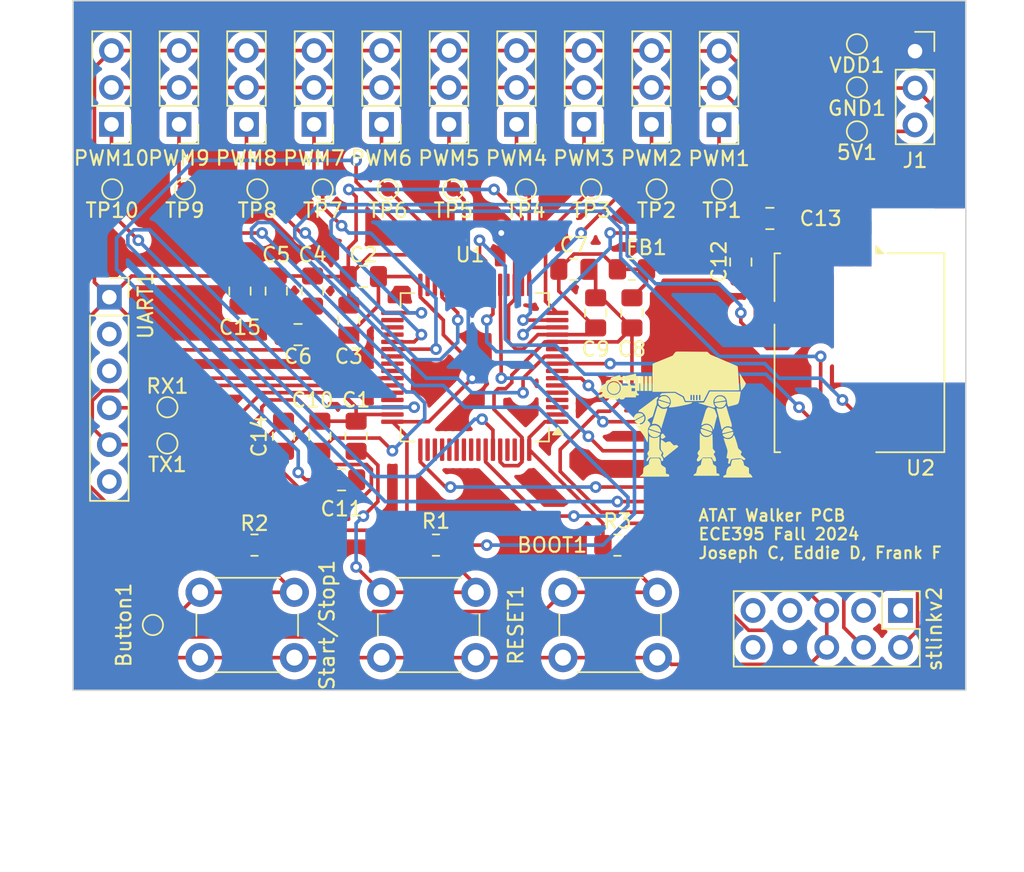
<source format=kicad_pcb>
(kicad_pcb (version 20240108) (generator "pcbnew") (generator_version "8.0")
  (layers (0 "F.Cu" signal) (31 "B.Cu" signal) (34 "B.Paste" user) (35 "F.Paste" user) (36 "B.SilkS" user "B.Silkscreen") (37 "F.SilkS" user "F.Silkscreen") (38 "B.Mask" user) (39 "F.Mask" user) (44 "Edge.Cuts" user))
  (property "DESIGN_TITLE" "SamacSys ECAD Model")
  (net 0 "")
  (net 2 "/swclk")
  (net 4 "/swdio")
  (net 5 "GND")
  (net 7 "PWM1")
  (net 10 "Net-(U1-NRST)")
  (net 11 "Net-(U1-PC2)")
  (net 12 "Net-(U1-VCAP_1)")
  (net 13 "Net-(BOOT1-Pad1)")
  (net 22 "PWM2")
  (net 23 "PWM3")
  (net 24 "PWM4")
  (net 28 "PWM5")
  (net 29 "PWM6")
  (net 51 "+3.3V")
  (net 52 "PWM7")
  (net 53 "PWM8")
  (net 54 "PWM9")
  (net 55 "PWM10")
  (net 56 "SPI_CS")
  (net 57 "SPI_MOSI")
  (net 58 "SPI_CLK")
  (net 59 "SPI_IRQ")
  (net 60 "SPI_MISO")
  (net 61 "BT_RESET")
  (net 62 "/MCU_RX")
  (net 63 "/MCU_TX")
  (net 67 "+5V")
  (footprint "TestPoint:TestPoint_Pad_D1.0mm" (layer "F.Cu") (at 123.7 58.49 180)
    (property "Reference" "TP5")
    (property "Value" "Test_PWM")
  )
  (footprint "Connector_PinHeader_2.54mm:PinHeader_1x03_P2.54mm_Vertical" (layer "F.Cu") (at 128.05 54.015 180)
    (property "Reference" "PWM4")
    (property "Value" "Conn_01x03_Pin")
  )
  (footprint "Capacitor_SMD:C_0805_2012Metric_Pad1.18x1.45mm_HandSolder" (layer "F.Cu") (at 114.5 75.5 90)
    (property "Reference" "C10")
    (property "Value" "0.1u")
  )
  (footprint "Capacitor_SMD:C_0805_2012Metric_Pad1.18x1.45mm_HandSolder" (layer "F.Cu") (at 109 65.5 90)
    (property "Reference" "C15")
    (property "Value" "100n")
  )
  (footprint "Button_Switch_THT:SW_PUSH_6mm_H4.3mm" (layer "F.Cu") (at 131.25 86.25)
    (property "Reference" "BOOT1")
    (property "Value" "SW_Push")
  )
  (footprint "TestPoint:TestPoint_Pad_D1.0mm" (layer "F.Cu") (at 100.2 58.49 180)
    (property "Reference" "TP10")
    (property "Value" "Test_PWM")
  )
  (footprint "TestPoint:TestPoint_Pad_D1.0mm" (layer "F.Cu") (at 133.2 58.49 180)
    (property "Reference" "TP3")
    (property "Value" "Test_PWM")
  )
  (footprint "TestPoint:TestPoint_Pad_D1.0mm" (layer "F.Cu") (at 105.2 58.49 180)
    (property "Reference" "TP9")
    (property "Value" "Test_PWM")
  )
  (footprint "Resistor_SMD:R_0805_2012Metric_Pad1.20x1.40mm_HandSolder" (layer "F.Cu") (at 135 83)
    (property "Reference" "R3")
    (property "Value" "10k")
  )
  (footprint "TestPoint:TestPoint_Pad_D1.0mm" (layer "F.Cu") (at 119.2 58.49 180)
    (property "Reference" "TP6")
    (property "Value" "Test_PWM")
  )
  (footprint "Capacitor_SMD:C_0805_2012Metric_Pad1.18x1.45mm_HandSolder" (layer "F.Cu") (at 117.5 64.5 180)
    (property "Reference" "C2")
    (property "Value" "10u")
  )
  (footprint "Connector_PinHeader_2.54mm:PinHeader_1x03_P2.54mm_Vertical" (layer "F.Cu") (at 104.8 54.015 180)
    (property "Reference" "PWM9")
    (property "Value" "Conn_01x03_Pin")
  )
  (footprint "Connector_PinHeader_2.54mm:PinHeader_1x03_P2.54mm_Vertical" (layer "F.Cu") (at 137.35 54.015 180)
    (property "Reference" "PWM2")
    (property "Value" "Conn_01x03_Pin")
  )
  (footprint "Connector_PinHeader_2.54mm:PinHeader_1x03_P2.54mm_Vertical" (layer "F.Cu") (at 100.15 54.015 180)
    (property "Reference" "PWM10")
    (property "Value" "Conn_01x03_Pin")
  )
  (footprint "TestPoint:TestPoint_Pad_D1.0mm" (layer "F.Cu") (at 137.7 58.49 180)
    (property "Reference" "TP2")
    (property "Value" "Test_PWM")
  )
  (footprint "Connector_PinHeader_2.54mm:PinHeader_1x03_P2.54mm_Vertical" (layer "F.Cu") (at 114.1 54.015 180)
    (property "Reference" "PWM7")
    (property "Value" "Conn_01x03_Pin")
  )
  (footprint "TestPoint:TestPoint_Pad_D1.0mm" (layer "F.Cu") (at 142.2 58.49 180)
    (property "Reference" "TP1")
    (property "Value" "Test_PWM")
  )
  (footprint "Resistor_SMD:R_0805_2012Metric_Pad1.20x1.40mm_HandSolder" (layer "F.Cu") (at 136 64 180)
    (property "Reference" "FB1")
    (property "Value" "120R")
  )
  (footprint "TestPoint:TestPoint_Pad_D1.0mm" (layer "F.Cu") (at 151.5 51.46 180)
    (property "Reference" "GND1")
    (property "Value" "Test_GND")
  )
  (footprint "Connector_PinSocket_2.54mm:PinSocket_1x03_P2.54mm_Vertical" (layer "F.Cu") (at 155.5 48.975)
    (property "Reference" "J1")
    (property "Value" "Conn_01x03_Socket")
  )
  (footprint "Package_QFP:LQFP-64_10x10mm_P0.5mm" (layer "F.Cu") (at 125.175 70.75 180)
    (property "Reference" "U1")
    (property "Value" "STM32F446RETx")
  )
  (footprint "test:test5" (layer "F.Cu") (at 139 74)
    (property "Reference" "G***" (hide yes))
    (property "Value" "LOGO" (hide yes))
  )
  (footprint "TestPoint:TestPoint_Pad_D1.0mm" (layer "F.Cu") (at 128.7 58.49 180)
    (property "Reference" "TP4")
    (property "Value" "Test_PWM")
  )
  (footprint "Connector_PinHeader_2.54mm:PinHeader_1x03_P2.54mm_Vertical" (layer "F.Cu") (at 123.4 54.015 180)
    (property "Reference" "PWM5")
    (property "Value" "Conn_01x03_Pin")
  )
  (footprint "TestPoint:TestPoint_Pad_D1.0mm" (layer "F.Cu") (at 151.5 48.5 180)
    (property "Reference" "VDD1")
    (property "Value" "Test_VDD")
  )
  (footprint "TestPoint:TestPoint_Pad_D1.0mm" (layer "F.Cu") (at 110.2 58.49 180)
    (property "Reference" "TP8")
    (property "Value" "Test_PWM")
  )
  (footprint "Connector_PinHeader_2.54mm:PinHeader_1x03_P2.54mm_Vertical" (layer "F.Cu") (at 132.7 54.015 180)
    (property "Reference" "PWM3")
    (property "Value" "Conn_01x03_Pin")
  )
  (footprint "Capacitor_SMD:C_0805_2012Metric_Pad1.18x1.45mm_HandSolder" (layer "F.Cu") (at 132 64)
    (property "Reference" "C7")
    (property "Value" "10n")
  )
  (footprint "Button_Switch_THT:SW_PUSH_6mm_H4.3mm" (layer "F.Cu") (at 125.25 90.75 180)
    (property "Reference" "RESET1")
    (property "Value" "SW_Push")
  )
  (footprint "Capacitor_SMD:C_0805_2012Metric_Pad1.18x1.45mm_HandSolder" (layer "F.Cu") (at 111.5 65.5 90)
    (property "Reference" "C5")
    (property "Value" "100n")
  )
  (footprint "TestPoint:TestPoint_Pad_D1.0mm" (layer "F.Cu") (at 103 88.5 90)
    (property "Reference" "Button1")
    (property "Value" "Test_button")
  )
  (footprint "RF_Module:ST_SPBTLE" (layer "F.Cu") (at 148.81 69.75 -90)
    (property "Reference" "U2")
    (property "Value" "SPBTLE-RF")
  )
  (footprint "Capacitor_SMD:C_0805_2012Metric_Pad1.18x1.45mm_HandSolder" (layer "F.Cu") (at 145.5 60.5)
    (property "Reference" "C13")
    (property "Value" "1u")
  )
  (footprint "Capacitor_SMD:C_0805_2012Metric_Pad1.18x1.45mm_HandSolder" (layer "F.Cu") (at 113 68.5)
    (property "Reference" "C6")
    (property "Value" "100n")
  )
  (footprint "Button_Switch_THT:SW_PUSH_6mm_H4.3mm" (layer "F.Cu") (at 112.75 90.75 180)
    (property "Reference" "Start/Stop1")
    (property "Value" "SW_Push")
  )
  (footprint "Connector_PinHeader_2.54mm:PinHeader_1x03_P2.54mm_Vertical" (layer "F.Cu") (at 142 54.04 180)
    (property "Reference" "PWM1")
    (property "Value" "Conn_01x03_Pin" (hide yes))
  )
  (footprint "Resistor_SMD:R_0805_2012Metric_Pad1.20x1.40mm_HandSolder" (layer "F.Cu") (at 122.5 83)
    (property "Reference" "R1")
    (property "Value" "10k")
  )
  (footprint "Capacitor_SMD:C_0805_2012Metric_Pad1.18x1.45mm_HandSolder" (layer "F.Cu") (at 116 78.5)
    (property "Reference" "C11")
    (property "Value" "2.2u")
  )
  (footprint "Capacitor_SMD:C_0805_2012Metric_Pad1.18x1.45mm_HandSolder" (layer "F.Cu") (at 136 67 -90)
    (property "Reference" "C8")
    (property "Value" "1u")
  )
  (footprint "Capacitor_SMD:C_0805_2012Metric_Pad1.18x1.45mm_HandSolder" (layer "F.Cu") (at 133.5 67 90)
    (property "Reference" "C9")
    (property "Value" "1u")
  )
  (footprint "Capacitor_SMD:C_0805_2012Metric_Pad1.18x1.45mm_HandSolder" (layer "F.Cu") (at 114 65.5 90)
    (property "Reference" "C4")
    (property "Value" "100n")
  )
  (footprint "Capacitor_SMD:C_0805_2012Metric_Pad1.18x1.45mm_HandSolder" (layer "F.Cu") (at 143.5 63.5 -90)
    (property "Reference" "C12")
    (property "Value" "100p")
  )
  (footprint "TestPoint:TestPoint_Pad_D1.0mm" (layer "F.Cu") (at 104 76 180)
    (property "Reference" "TX1")
    (property "Value" "Test_TX")
  )
  (footprint "Capacitor_SMD:C_0805_2012Metric_Pad1.18x1.45mm_HandSolder" (layer "F.Cu") (at 112 75.5 90)
    (property "Reference" "C14")
    (property "Value" "0.1u")
  )
  (footprint "Connector_PinHeader_2.54mm:PinHeader_1x03_P2.54mm_Vertical" (layer "F.Cu") (at 109.45 54.015 180)
    (property "Reference" "PWM8")
    (property "Value" "Conn_01x03_Pin")
  )
  (footprint "TestPoint:TestPoint_Pad_D1.0mm" (layer "F.Cu") (at 104 73.5)
    (property "Reference" "RX1")
    (property "Value" "TEST_RX")
  )
  (footprint "Connector_PinHeader_2.54mm:PinHeader_1x03_P2.54mm_Vertical" (layer "F.Cu") (at 118.75 54.015 180)
    (property "Reference" "PWM6")
    (property "Value" "Conn_01x03_Pin")
  )
  (footprint "Connector_PinSocket_2.54mm:PinSocket_1x06_P2.54mm_Vertical" (layer "F.Cu") (at 100 65.92)
    (property "Reference" "UART1")
    (property "Value" "Conn_01x06_Socket")
  )
  (footprint "TestPoint:TestPoint_Pad_D1.0mm" (layer "F.Cu") (at 114.7 58.49 180)
    (property "Reference" "TP7")
    (property "Value" "Test_PWM")
  )
  (footprint "Capacitor_SMD:C_0805_2012Metric_Pad1.18x1.45mm_HandSolder" (layer "F.Cu") (at 117 75.5 90)
    (property "Reference" "C1")
    (property "Value" "0.1u")
  )
  (footprint "Resistor_SMD:R_0805_2012Metric_Pad1.20x1.40mm_HandSolder" (layer "F.Cu") (at 110 83)
    (property "Reference" "R2")
    (property "Value" "10k")
  )
  (footprint "Connector_PinHeader_2.54mm:PinHeader_2x05_P2.54mm_Vertical" (layer "F.Cu") (at 154.5 87.5 -90)
    (property "Reference" "stlinkv2")
    (property "Value" "Conn_02x05_Odd_Even")
  )
  (footprint "Capacitor_SMD:C_0805_2012Metric_Pad1.18x1.45mm_HandSolder" (layer "F.Cu") (at 116.5 67.5 90)
    (property "Reference" "C3")
    (property "Value" "100n")
  )
  (footprint "TestPoint:TestPoint_Pad_D1.0mm" (layer "F.Cu") (at 151.5 54.5 180)
    (property "Reference" "5V1")
    (property "Value" "Test_5V")
  )
  (gr_rect (start 97.5 45.5) (end 159 93) (stroke (width 0.1)) (fill none) (layer "Edge.Cuts"))
  (gr_text "ATAT Walker PCB\nECE395 Fall 2024\nJoseph C, Eddie D, Frank F" (at 140.5 84 0) (layer "F.SilkS") (effects (font (size 0.8 0.8)) (justify left bottom)))
  (segment (start 121.425 77.267764) (end 121.425 76.425) (width 0.25) (layer "F.Cu") (net 2))
  (segment (start 155.675 88.865) (end 155.675 85.675) (width 0.25) (layer "F.Cu") (net 2))
  (segment (start 123.5 79) (end 123.157236 79) (width 0.25) (layer "F.Cu") (net 2))
  (segment (start 155.675 85.675) (end 149 79) (width 0.25) (layer "F.Cu") (net 2))
  (segment (start 149 79) (end 133.5 79) (width 0.25) (layer "F.Cu") (net 2))
  (segment (start 123.157236 79) (end 121.425 77.267764) (width 0.25) (layer "F.Cu") (net 2))
  (segment (start 154.5 90.04) (end 155.675 88.865) (width 0.25) (layer "F.Cu") (net 2))
  (via (at 123.5 79) (size 0.8) (drill 0.4) (layers "F.Cu" "B.Cu") (net 2))
  (via (at 133.5 79) (size 0.8) (drill 0.4) (layers "F.Cu" "B.Cu") (net 2))
  (segment (start 133.5 79) (end 123.5 79) (width 0.25) (layer "B.Cu") (net 2))
  (segment (start 135 80) (end 144.5 80) (width 0.25) (layer "F.Cu") (net 4))
  (segment (start 119.5 73.5) (end 121 73.5) (width 0.25) (layer "F.Cu") (net 4))
  (segment (start 144.5 80) (end 150.595 86.095) (width 0.25) (layer "F.Cu") (net 4))
  (segment (start 150.595 86.095) (end 150.595 88.675) (width 0.25) (layer "F.Cu") (net 4))
  (segment (start 150.595 88.675) (end 151.96 90.04) (width 0.25) (layer "F.Cu") (net 4))
  (via (at 135 80) (size 0.8) (drill 0.4) (layers "F.Cu" "B.Cu") (net 4))
  (via (at 121 73.5) (size 0.8) (drill 0.4) (layers "F.Cu" "B.Cu") (net 4))
  (segment (start 121 73.5) (end 115 73.5) (width 0.25) (layer "B.Cu") (net 4))
  (segment (start 102.775 61.275) (end 101.699695 61.275) (width 0.25) (layer "B.Cu") (net 4))
  (segment (start 115 73.5) (end 102.775 61.275) (width 0.25) (layer "B.Cu") (net 4))
  (segment (start 104.5 65.5) (end 119 80) (width 0.25) (layer "B.Cu") (net 4))
  (segment (start 119 80) (end 135 80) (width 0.25) (layer "B.Cu") (net 4))
  (segment (start 104.474695 65.5) (end 104.5 65.5) (width 0.25) (layer "B.Cu") (net 4))
  (segment (start 101.275 61.699695) (end 101.275 62.300305) (width 0.25) (layer "B.Cu") (net 4))
  (segment (start 101.275 62.300305) (end 104.474695 65.5) (width 0.25) (layer "B.Cu") (net 4))
  (segment (start 101.699695 61.275) (end 101.275 61.699695) (width 0.25) (layer "B.Cu") (net 4))
  (segment (start 117.0375 74.4625) (end 117.5 74) (width 0.25) (layer "F.Cu") (net 5))
  (segment (start 112.75 90.75) (end 118.75 90.75) (width 0.25) (layer "F.Cu") (net 5))
  (segment (start 128.167764 77.525) (end 128.425 77.267764) (width 0.25) (layer "F.Cu") (net 5))
  (segment (start 111 73) (end 113.0375 73) (width 0.25) (layer "F.Cu") (net 5))
  (segment (start 137.35 48.935) (end 137.435 48.935) (width 0.25) (layer "F.Cu") (net 5))
  (segment (start 149 59) (end 149.5 59.5) (width 0.25) (layer "F.Cu") (net 5))
  (segment (start 114.0375 68.5) (end 112.9875 69.55) (width 0.25) (layer "F.Cu") (net 5))
  (segment (start 145.92 64.42) (end 143.9625 62.4625) (width 0.25) (layer "F.Cu") (net 5))
  (segment (start 98.975 64.895) (end 100 65.92) (width 0.25) (layer "F.Cu") (net 5))
  (segment (start 133.861396 80.725) (end 131.057236 77.92084) (width 0.25) (layer "F.Cu") (net 5))
  (segment (start 100 65.92) (end 100 66) (width 0.25) (layer "F.Cu") (net 5))
  (segment (start 116.4625 64.5) (end 114.0375 64.5) (width 0.25) (layer "F.Cu") (net 5))
  (segment (start 136 72.25) (end 136 68.0375) (width 0.25) (layer "F.Cu") (net 5))
  (segment (start 138.715 91.215) (end 148.245 91.215) (width 0.25) (layer "F.Cu") (net 5))
  (segment (start 117.9625 63) (end 121 63) (width 0.25) (layer "F.Cu") (net 5))
  (segment (start 117 59) (end 117 62) (width 0.25) (layer "F.Cu") (net 5))
  (segment (start 136 68.0375) (end 135.0375 69) (width 0.25) (layer "F.Cu") (net 5))
  (segment (start 109.45 48.935) (end 114.1 48.935) (width 0.25) (layer "F.Cu") (net 5))
  (segment (start 110.5 73.5) (end 111 73) (width 0.25) (layer "F.Cu") (net 5))
  (segment (start 130.007236 69) (end 127.725 71.282236) (width 0.25) (layer "F.Cu") (net 5))
  (segment (start 127.725 71.800305) (end 127.300305 72.225) (width 0.25) (layer "F.Cu") (net 5))
  (segment (start 126.925 76.425) (end 126.925 77.267764) (width 0.25) (layer "F.Cu") (net 5))
  (segment (start 143.9625 62.4625) (end 143.5 62.4625) (width 0.25) (layer "F.Cu") (net 5))
  (segment (start 123.4 48.935) (end 128.05 48.935) (width 0.25) (layer "F.Cu") (net 5))
  (segment (start 127.300305 72.225) (end 126.782236 72.225) (width 0.25) (layer "F.Cu") (net 5))
  (segment (start 100.15 48.935) (end 98.975 50.11) (width 0.25) (layer "F.Cu") (net 5))
  (segment (start 128.05 48.935) (end 132.7 48.935) (width 0.25) (layer "F.Cu") (net 5))
  (segment (start 152.46 51.46) (end 152.515 51.515) (width 0.25) (layer "F.Cu") (net 5))
  (segment (start 116.5 58.5) (end 117 59) (width 0.25) (layer "F.Cu") (net 5))
  (segment (start 142 48.96) (end 142.46 48.96) (width 0.25) (layer "F.Cu") (net 5))
  (segment (start 98.375 67.545) (end 98.375 78.656701) (width 0.25) (layer "F.Cu") (net 5))
  (segment (start 117.5 74) (end 119.5 74) (width 0.25) (layer "F.Cu") (net 5))
  (segment (start 112 78) (end 112 76.5375) (width 0.25) (layer "F.Cu") (net 5))
  (segment (start 114.1 48.935) (end 118.75 48.935) (width 0.25) (layer "F.Cu") (net 5))
  (segment (start 100 66) (end 101.5375 64.4625) (width 0.25) (layer "F.Cu") (net 5))
  (segment (start 112.75 90.75) (end 106.25 90.75) (width 0.25) (layer "F.Cu") (net 5))
  (segment (start 137.75 90.75) (end 138.25 90.75) (width 0.25) (layer "F.Cu") (net 5))
  (segment (start 144.4625 60.5) (end 144.4625 61.5) (width 0.25) (layer "F.Cu") (net 5))
  (segment (start 135.0375 69) (end 130.85 69) (width 0.25) (layer "F.Cu") (net 5))
  (segment (start 116.4625 62.5375) (end 116.4625 64.5) (width 0.25) (layer "F.Cu") (net 5))
  (segment (start 100.15 48.935) (end 104.8 48.935) (width 0.25) (layer "F.Cu") (net 5))
  (segment (start 144.4625 60.5) (end 144.4625 59.5375) (width 0.25) (layer "F.Cu") (net 5))
  (segment (start 144.96 51.46) (end 151.5 51.46) (width 0.25) (layer "F.Cu") (net 5))
  (segment (start 114.5 74.4625) (end 114.075 74.4625) (width 0.25) (layer "F.Cu") (net 5))
  (segment (start 100 88) (end 102.75 90.75) (width 0.25) (layer "F.Cu") (net 5))
  (segment (start 157 55.5) (end 153.95 58.55) (width 0.25) (layer "F.Cu") (net 5))
  (segment (start 133.5 65.9625) (end 133.5 64.4625) (width 0.25) (layer "F.Cu") (net 5))
  (segment (start 100.218299 80.5) (end 102.5 80.5) (width 0.25) (layer "F.Cu") (net 5))
  (segment (start 144.4625 61.5) (end 143.5 62.4625) (width 0.25) (layer "F.Cu") (net 5))
  (segment (start 127.182236 77.525) (end 128.167764 77.525) (width 0.25) (layer "F.Cu") (net 5))
  (segment (start 115.9875 79.55) (end 113.55 79.55) (width 0.25) (layer "F.Cu") (net 5))
  (segment (start 155.5 51.515) (end 157 53.015) (width 0.25) (layer "F.Cu") (net 5))
  (segment (start 116.5 64.5375) (end 116.4625 64.5) (width 0.25) (layer "F.Cu") (net 5))
  (segment (start 137.46 48.96) (end 142 48.96) (width 0.25) (layer "F.Cu") (net 5))
  (segment (start 125.25 90.75) (end 131.25 90.75) (width 0.25) (layer "F.Cu") (net 5))
  (segment (start 117.0375 78.5) (end 115.9875 79.55) (width 0.25) (layer "F.Cu") (net 5))
  (segment (start 144.4625 59.5375) (end 145 59) (width 0.25) (layer "F.Cu") (net 5))
  (segment (start 102.75 90.75) (end 106.25 90.75) (width 0.25) (layer "F.Cu") (net 5))
  (segment (start 149.42 87.5) (end 142.645 80.725) (width 0.25) (layer "F.Cu") (net 5))
  (segment (start 133.5 65.9625) (end 133.925 65.9625) (width 0.25) (layer "F.Cu") (net 5))
  (segment (start 110.5 74) (end 100 84.5) (width 0.25) (layer "F.Cu") (net 5))
  (segment (start 132.7 48.935) (end 137.35 48.935) (width 0.25) (layer "F.Cu") (net 5))
  (segment (start 157 53.015) (end 157 55.5) (width 0.25) (layer "F.Cu") (net 5))
  (segment (start 130.85 69) (end 130.007236 69) (width 0.25) (layer "F.Cu") (net 5))
  (segment (start 133.699695 73.775) (end 134.475 73.775) (width 0.25) (layer "F.Cu") (net 5))
  (segment (start 149.5 59.5) (end 151.863604 59.5) (width 0.25) (layer "F.Cu") (net 5))
  (segment (start 110.5 72.5) (end 116 72.5) (width 0.25) (layer "F.Cu") (net 5))
  (segment (start 118.75 48.935) (end 123.4 48.935) (width 0.25) (layer "F.Cu") (net 5))
  (segment (start 134.475 73.775) (end 136 72.25) (width 0.25) (layer "F.Cu") (net 5))
  (segment (start 101.5375 64.4625) (end 109 64.4625) (width 0.25) (layer "F.Cu") (net 5))
  (segment (start 117 74.4625) (end 117.0375 74.4625) (width 0.25) (layer "F.Cu") (net 5))
  (segment (start 128.425 65.075) (end 128.425 60.425) (width 0.25) (layer "F.Cu") (net 5))
  (segment (start 102.5 80.5) (end 110.5 72.5) (width 0.25) (layer "F.Cu") (net 5))
  (segment (start 138.25 90.75) (end 138.715 91.215) (width 0.25) (layer "F.Cu") (net 5))
  (segment (start 137.435 48.935) (end 137.46 48.96) (width 0.25) (layer "F.Cu") (net 5))
  (segment (start 103.63 69.55) (end 100 65.92) (width 0.25) (layer "F.Cu") (net 5))
  (segment (start 126.782236 72.225) (end 126.5 72.507236) (width 0.25) (layer "F.Cu") (net 5))
  (segment (start 126.925 77.267764) (end 127.182236 77.525) (width 0.25) (layer "F.Cu") (net 5))
  (segment (start 109 64.4625) (end 111.5 64.4625) (width 0.25) (layer "F.Cu") (net 5))
  (segment (start 118.75 90.75) (end 125.25 90.75) (width 0.25) (layer "F.Cu") (net 5))
  (segment (start 145 59) (end 149 59) (width 0.25) (layer "F.Cu") (net 5))
  (segment (start 114.0375 64.5) (end 114 64.4625) (width 0.25) (layer "F.Cu") (net 5))
  (segment (start 104.8 48.935) (end 109.45 48.935) (width 0.25) (layer "F.Cu") (net 5))
  (segment (start 131.25 90.75) (end 137.75 90.75) (width 0.25) (layer "F.Cu") (net 5))
  (segment (start 142.645 80.725) (end 133.861396 80.725) (width 0.25) (layer "F.Cu") (net 5))
  (segment (start 126.5 72.507236) (end 126.5 73.657236) (width 0.25) (layer "F.Cu") (net 5))
  (segment (start 116.5 66.4625) (end 116.5 64.5375) (width 0.25) (layer "F.Cu") (net 5))
  (segment (start 152.813604 58.55) (end 151.863604 59.5) (width 0.25) (layer "F.Cu") (net 5))
  (segment (start 100 84.5) (end 100 88) (width 0.25) (layer "F.Cu") (net 5))
  (segment (start 117 74.4625) (end 114.5 74.4625) (width 0.25) (layer "F.Cu") (net 5))
  (segment (start 128.425 77.267764) (end 128.425 76.425) (width 0.25) (layer "F.Cu") (net 5))
  (segment (start 153.95 58.55) (end 152.813604 58.55) (width 0.25) (layer "F.Cu") (net 5))
  (segment (start 121 63) (end 121.925 63.925) (width 0.25) (layer "F.Cu") (net 5))
  (segment (start 114.075 74.4625) (end 112 76.5375) (width 0.25) (layer "F.Cu") (net 5))
  (segment (start 113.0375 73) (end 114.5 74.4625) (width 0.25) (layer "F.Cu") (net 5))
  (segment (start 121.925 63.925) (end 121.925 65.075) (width 0.25) (layer "F.Cu") (net 5))
  (segment (start 128.425 60.425) (end 126.5 58.5) (width 0.25) (layer "F.Cu") (net 5))
  (segment (start 131.057236 76.417459) (end 133.699695 73.775) (width 0.25) (layer "F.Cu") (net 5))
  (segment (start 100 65.92) (end 98.375 67.545) (width 0.25) (layer "F.Cu") (net 5))
  (segment (start 116.4625 64.5) (end 117.9625 63) (width 0.25) (layer "F.Cu") (net 5))
  (segment (start 112.9875 69.55) (end 103.63 69.55) (width 0.25) (layer "F.Cu") (net 5))
  (segment (start 127.725 71.282236) (end 127.725 71.800305) (width 0.25) (layer "F.Cu") (net 5))
  (segment (start 113.55 79.55) (end 112 78) (width 0.25) (layer "F.Cu") (net 5))
  (segment (start 133.5 64.4625) (end 133.0375 64) (width 0.25) (layer "F.Cu") (net 5))
  (segment (start 98.375 78.656701) (end 100.218299 80.5) (width 0.25) (layer "F.Cu") (net 5))
  (segment (start 148.245 91.215) (end 149.42 90.04) (width 0.25) (layer "F.Cu") (net 5))
  (segment (start 110.5 73.5) (end 110.5 74) (width 0.25) (layer "F.Cu") (net 5))
  (segment (start 126.5 73.657236) (end 128.425 75.582236) (width 0.25) (layer "F.Cu") (net 5))
  (segment (start 117 73.5) (end 117 74.4625) (width 0.25) (layer "F.Cu") (net 5))
  (segment (start 98.975 50.11) (end 98.975 64.895) (width 0.25) (layer "F.Cu") (net 5))
  (segment (start 145.92 67) (end 145.92 64.42) (width 0.25) (layer "F.Cu") (net 5))
  (segment (start 149.42 90.04) (end 149.42 87.5) (width 0.25) (layer "F.Cu") (net 5))
  (segment (start 128.425 75.582236) (end 128.425 76.425) (width 0.25) (layer "F.Cu") (net 5))
  (segment (start 151.5 51.46) (end 152.46 51.46) (width 0.25) (layer "F.Cu") (net 5))
  (segment (start 133.925 65.9625) (end 136 68.0375) (width 0.25) (layer "F.Cu") (net 5))
  (segment (start 142.46 48.96) (end 144.96 51.46) (width 0.25) (layer "F.Cu") (net 5))
  (segment (start 117 62) (end 116.4625 62.5375) (width 0.25) (layer "F.Cu") (net 5))
  (segment (start 111.5 64.4625) (end 114 64.4625) (width 0.25) (layer "F.Cu") (net 5))
  (segment (start 116 72.5) (end 117 73.5) (width 0.25) (layer "F.Cu") (net 5))
  (segment (start 131.057236 77.92084) (end 131.057236 76.417459) (width 0.25) (layer "F.Cu") (net 5))
  (segment (start 152.515 51.515) (end 155.5 51.515) (width 0.25) (layer "F.Cu") (net 5))
  (via (at 116.5 58.5) (size 0.8) (drill 0.4) (layers "F.Cu" "B.Cu") (net 5))
  (via (at 126.5 58.5) (size 0.8) (drill 0.4) (layers "F.Cu" "B.Cu") (net 5))
  (segment (start 126.5 58.5) (end 116.5 58.5) (width 0.25) (layer "B.Cu") (net 5))
  (segment (start 142.2 58.49) (end 139.19 61.5) (width 0.25) (layer "F.Cu") (net 7))
  (segment (start 128.525306 68.5) (end 129.012653 68.012653) (width 0.25) (layer "F.Cu") (net 7))
  (segment (start 129.025305 68) (end 130.85 68) (width 0.25) (layer "F.Cu") (net 7))
  (segment (start 139.19 61.5) (end 134.5 61.5) (width 0.25) (layer "F.Cu") (net 7))
  (segment (start 142 58.29) (end 142.2 58.49) (width 0.25) (layer "F.Cu") (net 7))
  (segment (start 142 54.04) (end 142 58.29) (width 0.25) (layer "F.Cu") (net 7))
  (segment (start 128.5 68.5) (end 128.525306 68.5) (width 0.25) (layer "F.Cu") (net 7))
  (segment (start 129.012653 68.012653) (end 129.025305 68) (width 0.25) (layer "F.Cu") (net 7))
  (via (at 128.5 68.5) (size 0.8) (drill 0.4) (layers "F.Cu" "B.Cu") (net 7))
  (via (at 134.5 61.5) (size 0.8) (drill 0.4) (layers "F.Cu" "B.Cu") (net 7))
  (segment (start 128.5 68.5) (end 128.525305 68.5) (width 0.25) (layer "B.Cu") (net 7))
  (segment (start 134.5 62.525305) (end 134.5 61.5) (width 0.25) (layer "B.Cu") (net 7))
  (segment (start 128.525305 68.5) (end 134.5 62.525305) (width 0.25) (layer "B.Cu") (net 7))
  (segment (start 125.25 85.75) (end 123.5 84) (width 0.25) (layer "F.Cu") (net 10))
  (segment (start 130.85 71.5) (end 132.5 71.5) (width 0.25) (layer "F.Cu") (net 10))
  (segment (start 125.25 86.25) (end 125.25 85.75) (width 0.25) (layer "F.Cu") (net 10))
  (segment (start 118.75 86.25) (end 117 84.5) (width 0.25) (layer "F.Cu") (net 10))
  (segment (start 117.5375 76.5375) (end 117 76.5375) (width 0.25) (layer "F.Cu") (net 10))
  (segment (start 123.5 84) (end 123.5 83) (width 0.25) (layer "F.Cu") (net 10))
  (segment (start 132.5 71.5) (end 133 72) (width 0.25) (layer "F.Cu") (net 10))
  (segment (start 118.5 77.5) (end 117.5375 76.5375) (width 0.25) (layer "F.Cu") (net 10))
  (segment (start 117.5 81) (end 118.5 80) (width 0.25) (layer "F.Cu") (net 10))
  (segment (start 118.5 80) (end 118.5 77.5) (width 0.25) (layer "F.Cu") (net 10))
  (segment (start 123.5 83) (end 126 83) (width 0.25) (layer "F.Cu") (net 10))
  (segment (start 118.75 86.25) (end 125.25 86.25) (width 0.25) (layer "F.Cu") (net 10))
  (via (at 117.5 81) (size 0.8) (drill 0.4) (layers "F.Cu" "B.Cu") (net 10))
  (via (at 126 83) (size 0.8) (drill 0.4) (layers "F.Cu" "B.Cu") (net 10))
  (via (at 133 72) (size 0.8) (drill 0.4) (layers "F.Cu" "B.Cu") (net 10))
  (via (at 117 84.5) (size 0.8) (drill 0.4) (layers "F.Cu" "B.Cu") (net 10))
  (segment (start 136.175 80.825) (end 134 83) (width 0.25) (layer "B.Cu") (net 10))
  (segment (start 136.175 75.175) (end 136.175 80.825) (width 0.25) (layer "B.Cu") (net 10))
  (segment (start 117 84.5) (end 117 81.5) (width 0.25) (layer "B.Cu") (net 10))
  (segment (start 133 72) (end 136.175 75.175) (width 0.25) (layer "B.Cu") (net 10))
  (segment (start 134 83) (end 126 83) (width 0.25) (layer "B.Cu") (net 10))
  (segment (start 117 81.5) (end 117.5 81) (width 0.25) (layer "B.Cu") (net 10))
  (segment (start 115.4125 77.45) (end 114.5 76.5375) (width 0.25) (layer "F.Cu") (net 11))
  (segment (start 128.5 71.507236) (end 128.5 72.5) (width 0.25) (layer "F.Cu") (net 11))
  (segment (start 130.85 70) (end 130.007236 70) (width 0.25) (layer "F.Cu") (net 11))
  (segment (start 117.1701 80) (end 118.05 79.1201) (width 0.25) (layer "F.Cu") (net 11))
  (segment (start 112.75 86.25) (end 111 84.5) (width 0.25) (layer "F.Cu") (net 11))
  (segment (start 108.4049 84.025) (end 108.075 83.6951) (width 0.25) (layer "F.Cu") (net 11))
  (segment (start 109.975 84.025) (end 108.4049 84.025) (width 0.25) (layer "F.Cu") (net 11))
  (segment (start 108.075 82.288604) (end 110.363604 80) (width 0.25) (layer "F.Cu") (net 11))
  (segment (start 110.363604 80) (end 117.1701 80) (width 0.25) (layer "F.Cu") (net 11))
  (segment (start 105 87.5) (end 106.25 86.25) (width 0.25) (layer "F.Cu") (net 11))
  (segment (start 108.075 83.6951) (end 108.075 82.288604) (width 0.25) (layer "F.Cu") (net 11))
  (segment (start 118.05 77.7799) (end 117.7201 77.45) (width 0.25) (layer "F.Cu") (net 11))
  (segment (start 111 84.5) (end 111 83) (width 0.25) (layer "F.Cu") (net 11))
  (segment (start 117.7201 77.45) (end 115.4125 77.45) (width 0.25) (layer "F.Cu") (net 11))
  (segment (start 106.25 86.25) (end 112.75 86.25) (width 0.25) (layer "F.Cu") (net 11))
  (segment (start 114.5 76.5375) (end 115.4125 75.625) (width 0.25) (layer "F.Cu") (net 11))
  (segment (start 103 88.5) (end 104 87.5) (width 0.25) (layer "F.Cu") (net 11))
  (segment (start 118.05 79.1201) (end 118.05 77.7799) (width 0.25) (layer "F.Cu") (net 11))
  (segment (start 111 83) (end 109.975 84.025) (width 0.25) (layer "F.Cu") (net 11))
  (segment (start 130.007236 70) (end 128.5 71.507236) (width 0.25) (layer "F.Cu") (net 11))
  (segment (start 118.625 75.625) (end 119.5 76.5) (width 0.25) (layer "F.Cu") (net 11))
  (segment (start 104 87.5) (end 105 87.5) (width 0.25) (layer "F.Cu") (net 11))
  (segment (start 115.4125 75.625) (end 118.625 75.625) (width 0.25) (layer "F.Cu") (net 11))
  (via (at 119.5 76.5) (size 0.8) (drill 0.4) (layers "F.Cu" "B.Cu") (net 11))
  (via (at 128.5 72.5) (size 0.8) (drill 0.4) (layers "F.Cu" "B.Cu") (net 11))
  (segment (start 123.967459 71.5) (end 124.967459 72.5) (width 0.25) (layer "B.Cu") (net 11))
  (segment (start 124.967459 72.5) (end 128.5 72.5) (width 0.25) (layer "B.Cu") (net 11))
  (segment (start 120.975305 72.45) (end 120.45 72.45) (width 0.25) (layer "B.Cu") (net 11))
  (segment (start 121.838299 71.5) (end 123.967459 71.5) (width 0.25) (layer "B.Cu") (net 11))
  (segment (start 110.225 60.775) (end 111.113299 60.775) (width 0.25) (layer "B.Cu") (net 11))
  (segment (start 120.45 72.45) (end 109.800305 61.800305) (width 0.25) (layer "B.Cu") (net 11))
  (segment (start 119.5 76.5) (end 121.725 74.275) (width 0.25) (layer "B.Cu") (net 11))
  (segment (start 121.725 73.199695) (end 120.975305 72.45) (width 0.25) (layer "B.Cu") (net 11))
  (segment (start 121.725 74.275) (end 121.725 73.199695) (width 0.25) (layer "B.Cu") (net 11))
  (segment (start 109.800305 61.800305) (end 109.800305 61.199695) (width 0.25) (layer "B.Cu") (net 11))
  (segment (start 111.113299 60.775) (end 121.838299 71.5) (width 0.25) (layer "B.Cu") (net 11))
  (segment (start 109.800305 61.199695) (end 110.225 60.775) (width 0.25) (layer "B.Cu") (net 11))
  (segment (start 117 57.974695) (end 117 56.5) (width 0.25) (layer "F.Cu") (net 12))
  (segment (start 122.425 63.399695) (end 117 57.974695) (width 0.25) (layer "F.Cu") (net 12))
  (segment (start 113.525306 78.5) (end 114.9625 78.5) (width 0.25) (layer "F.Cu") (net 12))
  (segment (start 122.425 65.075) (end 122.425 63.399695) (width 0.25) (layer "F.Cu") (net 12))
  (segment (start 113.012653 77.987347) (end 113.525306 78.5) (width 0.25) (layer "F.Cu") (net 12))
  (via (at 117 56.5) (size 0.8) (drill 0.4) (layers "F.Cu" "B.Cu") (net 12))
  (via (at 113.012653 77.987347) (size 0.8) (drill 0.4) (layers "F.Cu" "B.Cu") (net 12))
  (segment (start 100.5 61.838299) (end 100.5 64) (width 0.25) (layer "B.Cu") (net 12))
  (segment (start 117 56.5) (end 105.838299 56.5) (width 0.25) (layer "B.Cu") (net 12))
  (segment (start 100.5 64) (end 113.012653 76.512653) (width 0.25) (layer "B.Cu") (net 12))
  (segment (start 113.012653 76.512653) (end 113.012653 77.987347) (width 0.25) (layer "B.Cu") (net 12))
  (segment (start 105.838299 56.5) (end 100.5 61.838299) (width 0.25) (layer "B.Cu") (net 12))
  (segment (start 112 74.4625) (end 101 85.4625) (width 0.25) (layer "F.Cu") (net 13))
  (segment (start 116.451167 89.325) (end 118.201167 87.575) (width 0.25) (layer "F.Cu") (net 13))
  (segment (start 101 88) (end 102.325 89.325) (width 0.25) (layer "F.Cu") (net 13))
  (segment (start 118.201167 87.575) (end 129.925 87.575) (width 0.25) (layer "F.Cu") (net 13))
  (segment (start 101 85.4625) (end 101 88) (width 0.25) (layer "F.Cu") (net 13))
  (segment (start 137.75 86.25) (end 136 84.5) (width 0.25) (layer "F.Cu") (net 13))
  (segment (start 129.925 87.575) (end 131.25 86.25) (width 0.25) (layer "F.Cu") (net 13))
  (segment (start 137.75 86.25) (end 131.25 86.25) (width 0.25) (layer "F.Cu") (net 13))
  (segment (start 102.325 89.325) (end 116.451167 89.325) (width 0.25) (layer "F.Cu") (net 13))
  (segment (start 136 84.5) (end 136 83) (width 0.25) (layer "F.Cu") (net 13))
  (segment (start 135.51 58.49) (end 132.5 61.5) (width 0.25) (layer "F.Cu") (net 22))
  (segment (start 137.7 58.49) (end 135.51 58.49) (width 0.25) (layer "F.Cu") (net 22))
  (segment (start 130.85 67.5) (end 128.5 67.5) (width 0.25) (layer "F.Cu") (net 22))
  (segment (start 137.35 54.015) (end 137.35 58.14) (width 0.25) (layer "F.Cu") (net 22))
  (segment (start 137.35 58.14) (end 137.7 58.49) (width 0.25) (layer "F.Cu") (net 22))
  (via (at 128.5 67.5) (size 0.8) (drill 0.4) (layers "F.Cu" "B.Cu") (net 22))
  (via (at 132.5 61.5) (size 0.8) (drill 0.4) (layers "F.Cu" "B.Cu") (net 22))
  (segment (start 129 67) (end 129 65) (width 0.25) (layer "B.Cu") (net 22))
  (segment (start 129 65) (end 132.5 61.5) (width 0.25) (layer "B.Cu") (net 22))
  (segment (start 128.5 67.5) (end 129 67) (width 0.25) (layer "B.Cu") (net 22))
  (segment (start 133.2 58.49) (end 130.05 61.64) (width 0.25) (layer "F.Cu") (net 23))
  (segment (start 130.05 66.2) (end 130.85 67) (width 0.25) (layer "F.Cu") (net 23))
  (segment (start 130.05 61.64) (end 130.05 66.2) (width 0.25) (layer "F.Cu") (net 23))
  (segment (start 132.7 57.99) (end 133.2 58.49) (width 0.25) (layer "F.Cu") (net 23))
  (segment (start 132.7 54.015) (end 132.7 57.99) (width 0.25) (layer "F.Cu") (net 23))
  (segment (start 128.7 58.49) (end 128.925 58.715) (width 0.25) (layer "F.Cu") (net 24))
  (segment (start 128.05 57.84) (end 128.7 58.49) (width 0.25) (layer "F.Cu") (net 24))
  (segment (start 128.05 54.015) (end 128.05 57.84) (width 0.25) (layer "F.Cu") (net 24))
  (segment (start 128.925 58.715) (end 128.925 65.075) (width 0.25) (layer "F.Cu") (net 24))
  (segment (start 123.7 58.49) (end 124.425 59.215) (width 0.25) (layer "F.Cu") (net 28))
  (segment (start 123.4 58.19) (end 123.7 58.49) (width 0.25) (layer "F.Cu") (net 28))
  (segment (start 123.4 54.015) (end 123.4 58.19) (width 0.25) (layer "F.Cu") (net 28))
  (segment (start 124.425 59.215) (end 124.425 65.075) (width 0.25) (layer "F.Cu") (net 28))
  (segment (start 123.925 63.215) (end 123.925 65.075) (width 0.25) (layer "F.Cu") (net 29))
  (segment (start 118.75 54.015) (end 118.75 58.04) (width 0.25) (layer "F.Cu") (net 29))
  (segment (start 119.2 58.49) (end 123.925 63.215) (width 0.25) (layer "F.Cu") (net 29))
  (segment (start 118.75 58.04) (end 119.2 58.49) (width 0.25) (layer "F.Cu") (net 29))
  (segment (start 127.5 66.5) (end 127.925 66.075) (width 0.25) (layer "F.Cu") (net 51))
  (segment (start 142 64) (end 137 64) (width 0.25) (layer "F.Cu") (net 51))
  (segment (start 146.5375 61) (end 151 61) (width 0.25) (layer "F.Cu") (net 51))
  (segment (start 145.5 69) (end 144.5 68) (width 0.25) (layer "F.Cu") (net 51))
  (segment (start 125 71.507236) (end 125 70.5) (width 0.25) (layer "F.Cu") (net 51))
  (segment (start 122.225 66.699695) (end 121.800305 66.275) (width 0.25) (layer "F.Cu") (net 51))
  (segment (start 125 70.5) (end 123.007236 68.507236) (width 0.25) (layer "F.Cu") (net 51))
  (segment (start 129.525305 68.5) (end 128.525305 69.5) (width 0.25) (layer "F.Cu") (net 51))
  (segment (start 134 83) (end 134 81.5) (width 0.25) (layer "F.Cu") (net 51))
  (segment (start 146.5375 62.6175) (end 146.92 63) (width 0.25) (layer "F.Cu") (net 51))
  (segment (start 130.85 68.5) (end 133.0375 68.5) (width 0.25) (layer "F.Cu") (net 51))
  (segment (start 128.525305 69.5) (end 128 69.5) (width 0.25) (layer "F.Cu") (net 51))
  (segment (start 130.9625 65.5) (end 133.5 68.0375) (width 0.25) (layer "F.Cu") (net 51))
  (segment (start 111.5 66.5375) (end 111.5 68.0375) (width 0.25) (layer "F.Cu") (net 51))
  (segment (start 128.925 75.582236) (end 130.007236 74.5) (width 0.25) (layer "F.Cu") (net 51))
  (segment (start 121.5 83) (end 121.5 82) (width 0.25) (layer "F.Cu") (net 51))
  (segment (start 135 64) (end 137 64) (width 0.25) (layer "F.Cu") (net 51))
  (segment (start 116.5 68.5375) (end 118.5375 66.5) (width 0.25) (layer "F.Cu") (net 51))
  (segment (start 127.5 69) (end 127.5 66.5) (width 0.25) (layer "F.Cu") (net 51))
  (segment (start 144.5 65.5375) (end 144.5 68) (width 0.25) (layer "F.Cu") (net 51))
  (segment (start 147.5 68) (end 146.5 69) (width 0.25) (layer "F.Cu") (net 51))
  (segment (start 114 66.5375) (end 114.5 66.5375) (width 0.25) (layer "F.Cu") (net 51))
  (segment (start 142.5375 64.5375) (end 142 64) (width 0.25) (layer "F.Cu") (net 51))
  (segment (start 158 57.5) (end 158 51.475) (width 0.25) (layer "F.Cu") (net 51))
  (segment (start 145.705 88.865) (end 146.88 90.04) (width 0.25) (layer "F.Cu") (net 51))
  (segment (start 135.5 81.5) (end 136.678299 81.5) (width 0.25) (layer "F.Cu") (net 51))
  (segment (start 121.425 65.917764) (end 121.425 65.075) (width 0.25) (layer "F.Cu") (net 51))
  (segment (start 120.5 81) (end 120.5 75.5) (width 0.25) (layer "F.Cu") (net 51))
  (segment (start 143.5 64.5375) (end 142.5375 64.5375) (width 0.25) (layer "F.Cu") (net 51))
  (segment (start 114.5 66.5375) (end 116.5 68.5375) (width 0.25) (layer "F.Cu") (net 51))
  (segment (start 155.025 48.5) (end 155.5 48.975) (width 0.25) (layer "F.Cu") (net 51))
  (segment (start 146.92 63) (end 146.92 64.05) (width 0.25) (layer "F.Cu") (net 51))
  (segment (start 146.5 69) (end 145.5 69) (width 0.25) (layer "F.Cu") (net 51))
  (segment (start 130.85 74.5) (end 130.007236 74.5) (width 0.25) (layer "F.Cu") (net 51))
  (segment (start 130.9625 64) (end 132.0125 62.95) (width 0.25) (layer "F.Cu") (net 51))
  (segment (start 156.5 59) (end 158 57.5) (width 0.25) (layer "F.Cu") (net 51))
  (segment (start 127.925 66.075) (end 127.925 65.075) (width 0.25) (layer "F.Cu") (net 51))
  (segment (start 133.0375 68.5) (end 133.5 68.0375) (width 0.25) (layer "F.Cu") (net 51))
  (segment (start 137 64) (end 137 64.9625) (width 0.25) (layer "F.Cu") (net 51))
  (segment (start 132.0125 62.95) (end 133.95 62.95) (width 0.25) (layer "F.Cu") (net 51))
  (segment (start 144.043299 88.865) (end 145.705 88.865) (width 0.25) (layer "F.Cu") (net 51))
  (segment (start 130.85 68.5) (end 129.525305 68.5) (width 0.25) (layer "F.Cu") (net 51))
  (segment (start 120.85 64.5) (end 121.425 65.075) (width 0.25) (layer "F.Cu") (net 51))
  (segment (start 110.025 81.975) (end 120.475 81.975) (width 0.25) (layer "F.Cu") (net 51))
  (segment (start 120.475 81.975) (end 121.5 83) (width 0.25) (layer "F.Cu") (net 51))
  (segment (start 143.5 64.5375) (end 144.5 65.5375) (width 0.25) (layer "F.Cu") (net 51))
  (segment (start 122.007236 74.5) (end 119.5 74.5) (width 0.25) (layer "F.Cu") (net 51))
  (segment (start 158 51.475) (end 155.5 48.975) (width 0.25) (layer "F.Cu") (net 51))
  (segment (start 125 71.507236) (end 122.007236 74.5) (width 0.25) (layer "F.Cu") (net 51))
  (segment (start 127.925 65.075) (end 127.925 62.425) (width 0.25) (layer "F.Cu") (net 51))
  (segment (start 118.5375 64.5) (end 120.85 64.5) (width 0.25) (layer "F.Cu") (net 51))
  (segment (start 111.5 66.5375) (end 114 66.5375) (width 0.25) (layer "F.Cu") (net 51))
  (segment (start 120.5 75.5) (end 119.5 74.5) (width 0.25) (layer "F.Cu") (net 51))
  (segment (start 128 69.5) (end 127.5 69) (width 0.25) (layer "F.Cu") (net 51))
  (segment (start 118.5375 66.5) (end 118.5375 64.5) (width 0.25) (layer "F.Cu") (net 51))
  (segment (start 134 81.5) (end 128.925 76.425) (width 0.25) (layer "F.Cu") (net 51))
  (segment (start 146.92 64.05) (end 147.5 64.63) (width 0.25) (layer "F.Cu") (net 51))
  (segment (start 134 83) (end 135.5 81.5) (width 0.25) (layer "F.Cu") (net 51))
  (segment (start 147.5 64.63) (end 147.5 68) (width 0.25) (layer "F.Cu") (net 51))
  (segment (start 151.5 48.5) (end 155.025 48.5) (width 0.25) (layer "F.Cu") (net 51))
  (segment (start 121.782236 66.275) (end 121.425 65.917764) (width 0.25) (layer "F.Cu") (net 51))
  (segment (start 130.9625 64) (end 130.9625 65.5) (width 0.25) (layer "F.Cu") (net 51))
  (segment (start 146.5375 61) (end 146.5375 62.6175) (width 0.25) (layer "F.Cu") (net 51))
  (segment (start 136.678299 81.5) (end 144.043299 88.865) (width 0.25) (layer "F.Cu") (net 51))
  (segment (start 122.225 66.717764) (end 122.225 66.699695) (width 0.25) (layer "F.Cu") (net 51))
  (segment (start 121.800305 66.275) (end 121.782236 66.275) (width 0.25) (layer "F.Cu") (net 51))
  (segment (start 128.925 76.425) (end 128.925 75.582236) (width 0.25) (layer "F.Cu") (net 51))
  (segment (start 153 59) (end 156.5 59) (width 0.25) (layer "F.Cu") (net 51))
  (segment (start 109 83) (end 110.025 81.975) (width 0.25) (layer "F.Cu") (net 51))
  (segment (start 133.95 62.95) (end 135 64) (width 0.25) (layer "F.Cu") (net 51))
  (segment (start 111.5 68.0375) (end 111.9625 68.5) (width 0.25) (layer "F.Cu") (net 51))
  (segment (start 127.925 62.425) (end 127 61.5) (width 0.25) (layer "F.Cu") (net 51))
  (segment (start 137 64.9625) (end 136 65.9625) (width 0.25) (layer "F.Cu") (net 51))
  (segment (start 109 66.5375) (end 111.5 66.5375) (width 0.25) (layer "F.Cu") (net 51))
  (segment (start 151 61) (end 153 59) (width 0.25) (layer "F.Cu") (net 51))
  (segment (start 121.5 82) (end 120.5 81) (width 0.25) (layer "F.Cu") (net 51))
  (segment (start 123.007236 67.5) (end 122.225 66.717764) (width 0.25) (layer "F.Cu") (net 51))
  (segment (start 123.007236 68.507236) (end 123.007236 67.5) (width 0.25) (layer "F.Cu") (net 51))
  (via (at 125 71.507236) (size 0.8) (drill 0.4) (layers "F.Cu" "B.Cu") (net 51))
  (via (at 127 61.5) (size 0.8) (drill 0.4) (layers "F.Cu" "B.Cu") (net 51))
  (segment (start 124.725 71.232236) (end 125 71.507236) (width 0.25) (layer "B.Cu") (net 51))
  (segment (start 124.725 61.275) (end 124.725 71.232236) (width 0.25) (layer "B.Cu") (net 51))
  (segment (start 125 61) (end 124.725 61.275) (width 0.25) (layer "B.Cu") (net 51))
  (segment (start 126.5 61) (end 125 61) (width 0.25) (layer "B.Cu") (net 51))
  (segment (start 127 61.5) (end 126.5 61) (width 0.25) (layer "B.Cu") (net 51))
  (segment (start 126.007236 70.5) (end 127.89 70.5) (width 0.25) (layer "B.Cu") (net 51))
  (segment (start 125 71.507236) (end 126.007236 70.5) (width 0.25) (layer "B.Cu") (net 51))
  (segment (start 122.5 69.5) (end 119.5 69.5) (width 0.25) (layer "F.Cu") (net 52))
  (segment (start 114.7 58.49) (end 114.7 59.7) (width 0.25) (layer "F.Cu") (net 52))
  (segment (start 114.7 59.7) (end 116 61) (width 0.25) (layer "F.Cu") (net 52))
  (segment (start 114.1 57.89) (end 114.7 58.49) (width 0.25) (layer "F.Cu") (net 52))
  (segment (start 114.1 54.015) (end 114.1 57.89) (width 0.25) (layer "F.Cu") (net 52))
  (via (at 116 61) (size 0.8) (drill 0.4) (layers "F.Cu" "B.Cu") (net 52))
  (via (at 122.5 69.5) (size 0.8) (drill 0.4) (layers "F.Cu" "B.Cu") (net 52))
  (segment (start 118 61.5) (end 116.5 61.5) (width 0.25) (layer "B.Cu") (net 52))
  (segment (start 116.5 61.5) (end 116 61) (width 0.25) (layer "B.Cu") (net 52))
  (segment (start 122.5 66) (end 118 61.5) (width 0.25) (layer "B.Cu") (net 52))
  (segment (start 122.5 69.5) (end 122.5 66) (width 0.25) (layer "B.Cu") (net 52))
  (segment (start 109.45 54.015) (end 109.45 57.74) (width 0.25) (layer "F.Cu") (net 53))
  (segment (start 119.5 69) (end 121 69) (width 0.25) (layer "F.Cu") (net 53))
  (segment (start 113.21 61.5) (end 113.5 61.5) (width 0.25) (layer "F.Cu") (net 53))
  (segment (start 121 69) (end 121.5 68.5) (width 0.25) (layer "F.Cu") (net 53))
  (segment (start 109.45 57.74) (end 110.2 58.49) (width 0.25) (layer "F.Cu") (net 53))
  (segment (start 110.2 58.49) (end 113.21 61.5) (width 0.25) (layer "F.Cu") (net 53))
  (via (at 113.5 61.5) (size 0.8) (drill 0.4) (layers "F.Cu" "B.Cu") (net 53))
  (via (at 121.5 68.5) (size 0.8) (drill 0.4) (layers "F.Cu" "B.Cu") (net 53))
  (segment (start 121.5 68.5) (end 120 67) (width 0.25) (layer "B.Cu") (net 53))
  (segment (start 113.5 61.5) (end 119 67) (width 0.25) (layer "B.Cu") (net 53))
  (segment (start 120 67) (end 119 67) (width 0.25) (layer "B.Cu") (net 53))
  (segment (start 110.525305 61.5) (end 108.21 61.5) (width 0.25) (layer "F.Cu") (net 54))
  (segment (start 132 81) (end 129.657236 81) (width 0.25) (layer "F.Cu") (net 54))
  (segment (start 108.21 61.5) (end 105.2 58.49) (width 0.25) (layer "F.Cu") (net 54))
  (segment (start 129.657236 81) (end 125.925 77.267764) (width 0.25) (layer "F.Cu") (net 54))
  (segment (start 104.8 58.09) (end 105.2 58.49) (width 0.25) (layer "F.Cu") (net 54))
  (segment (start 125.925 77.267764) (end 125.925 76.425) (width 0.25) (layer "F.Cu") (net 54))
  (segment (start 104.8 54.015) (end 104.8 58.09) (width 0.25) (layer "F.Cu") (net 54))
  (via (at 132 81) (size 0.8) (drill 0.4) (layers "F.Cu" "B.Cu") (net 54))
  (via (at 110.525305 61.5) (size 0.8) (drill 0.4) (layers "F.Cu" "B.Cu") (net 54))
  (segment (start 135.725 80.300305) (end 135.025305 81) (width 0.25) (layer "B.Cu") (net 54))
  (segment (start 124.5 73.5) (end 129.525305 73.5) (width 0.25) (layer "B.Cu") (net 54))
  (segment (start 129.525305 73.5) (end 135.725 79.699695) (width 0.25) (layer "B.Cu") (net 54))
  (segment (start 110.525305 61.5) (end 121.025305 72) (width 0.25) (layer "B.Cu") (net 54))
  (segment (start 135.725 79.699695) (end 135.725 80.300305) (width 0.25) (layer "B.Cu") (net 54))
  (segment (start 135.025305 81) (end 132 81) (width 0.25) (layer "B.Cu") (net 54))
  (segment (start 123 72) (end 124.5 73.5) (width 0.25) (layer "B.Cu") (net 54))
  (segment (start 121.025305 72) (end 123 72) (width 0.25) (layer "B.Cu") (net 54))
  (segment (start 100.2 58.49) (end 100.2 60.2) (width 0.25) (layer "F.Cu") (net 55))
  (segment (start 100.15 58.44) (end 100.2 58.49) (width 0.25) (layer "F.Cu") (net 55))
  (segment (start 100.15 54.015) (end 100.15 58.44) (width 0.25) (layer "F.Cu") (net 55))
  (segment (start 125.675 74.325) (end 126.425 75.075) (width 0.25) (layer "F.Cu") (net 55))
  (segment (start 126.425 75.075) (end 126.425 76.425) (width 0.25) (layer "F.Cu") (net 55))
  (segment (start 100.2 60.2) (end 102 62) (width 0.25) (layer "F.Cu") (net 55))
  (via (at 102 62) (size 0.8) (drill 0.4) (layers "F.Cu" "B.Cu") (net 55))
  (via (at 125.675 74.325) (size 0.8) (drill 0.4) (layers "F.Cu" "B.Cu") (net 55))
  (segment (start 125.675 74.325) (end 125.175 74.325) (width 0.25) (layer "B.Cu") (net 55))
  (segment (start 118.275 78.275) (end 102 62) (width 0.25) (layer "B.Cu") (net 55))
  (segment (start 121.225 78.275) (end 118.275 78.275) (width 0.25) (layer "B.Cu") (net 55))
  (segment (start 125.175 74.325) (end 121.225 78.275) (width 0.25) (layer "B.Cu") (net 55))
  (segment (start 149 70) (end 149 73.5) (width 0.25) (layer "F.Cu") (net 56))
  (segment (start 119.5 67) (end 121.5 67) (width 0.25) (layer "F.Cu") (net 56))
  (segment (start 149 73.5) (end 150.73 75.23) (width 0.25) (layer "F.Cu") (net 56))
  (segment (start 150.73 75.23) (end 150.73 76.5) (width 0.25) (layer "F.Cu") (net 56))
  (via (at 121.5 67) (size 0.8) (drill 0.4) (layers "F.Cu" "B.Cu") (net 56))
  (via (at 149 70) (size 0.8) (drill 0.4) (layers "F.Cu" "B.Cu") (net 56))
  (segment (start 115.974695 60) (end 115.275 60.699695) (width 0.25) (layer "B.Cu") (net 56))
  (segment (start 115.275 60.699695) (end 115.275 61.638604) (width 0.25) (layer "B.Cu") (net 56))
  (segment (start 149 70) (end 142 70) (width 0.25) (layer "B.Cu") (net 56))
  (segment (start 135.225 61.199695) (end 134.025305 60) (width 0.25) (layer "B.Cu") (net 56))
  (segment (start 142 70) (end 135.225 63.225) (width 0.25) (layer "B.Cu") (net 56))
  (segment (start 120.636396 67) (end 121.5 67) (width 0.25) (layer "B.Cu") (net 56))
  (segment (start 115.275 61.638604) (end 120.636396 67) (width 0.25) (layer "B.Cu") (net 56))
  (segment (start 134.025305 60) (end 115.974695 60) (width 0.25) (layer "B.Cu") (net 56))
  (segment (start 135.225 63.225) (end 135.225 61.199695) (width 0.25) (layer "B.Cu") (net 56))
  (segment (start 125.925 63.425) (end 125.925 65.075) (width 0.25) (layer "F.Cu") (net 57))
  (segment (start 125.5 63) (end 125.925 63.425) (width 0.25) (layer "F.Cu") (net 57))
  (segment (start 125.5 62) (end 125.5 63) (width 0.25) (layer "F.Cu") (net 57))
  (segment (start 149.46 75.45) (end 147.51 73.5) (width 0.25) (layer "F.Cu") (net 57))
  (segment (start 149.46 76.5) (end 149.46 75.45) (width 0.25) (layer "F.Cu") (net 57))
  (via (at 147.51 73.5) (size 0.8) (drill 0.4) (layers "F.Cu" "B.Cu") (net 57))
  (via (at 125.5 62) (size 0.8) (drill 0.4) (layers "F.Cu" "B.Cu") (net 57))
  (segment (start 127.275 68.800305) (end 127.275 63.775) (width 0.25) (layer "B.Cu") (net 57))
  (segment (start 127.275 63.775) (end 125.5 62) (width 0.25) (layer "B.Cu") (net 57))
  (segment (start 132.725 71.225) (end 130.725 69.225) (width 0.25) (layer "B.Cu") (net 57))
  (segment (start 127.699695 69.225) (end 127.275 68.800305) (width 0.25) (layer "B.Cu") (net 57))
  (segment (start 145.235 71.225) (end 132.725 71.225) (width 0.25) (layer "B.Cu") (net 57))
  (segment (start 130.725 69.225) (end 127.699695 69.225) (width 0.25) (layer "B.Cu") (net 57))
  (segment (start 147.51 73.5) (end 145.235 71.225) (width 0.25) (layer "B.Cu") (net 57))
  (segment (start 134 76.5) (end 133 75.5) (width 0.25) (layer "F.Cu") (net 58))
  (segment (start 146.92 76.5) (end 134 76.5) (width 0.25) (layer "F.Cu") (net 58))
  (segment (start 126.925 65.075) (end 127 71.5) (width 0.25) (layer "F.Cu") (net 58))
  (via (at 127 71.5) (size 0.8) (drill 0.4) (layers "F.Cu" "B.Cu") (net 58))
  (via (at 133 75.5) (size 0.8) (drill 0.4) (layers "F.Cu" "B.Cu") (net 58))
  (segment (start 127 71.5) (end 129 71.5) (width 0.25) (layer "B.Cu") (net 58))
  (segment (start 129 71.5) (end 133 75.5) (width 0.25) (layer "B.Cu") (net 58))
  (segment (start 148.19 63) (end 148.19 67.946396) (width 0.25) (layer "F.Cu") (net 59))
  (segment (start 124 66.992764) (end 124 67.5) (width 0.25) (layer "F.Cu") (net 59))
  (segment (start 148.19 67.946396) (end 146.686396 69.45) (width 0.25) (layer "F.Cu") (net 59))
  (segment (start 145.313604 69.45) (end 143.5 67.636396) (width 0.25) (layer "F.Cu") (net 59))
  (segment (start 146.686396 69.45) (end 145.313604 69.45) (width 0.25) (layer "F.Cu") (net 59))
  (segment (start 122.925 65.075) (end 122.925 65.917764) (width 0.25) (layer "F.Cu") (net 59))
  (segment (start 122.925 65.917764) (end 124 66.992764) (width 0.25) (layer "F.Cu") (net 59))
  (segment (start 143.5 67.636396) (end 143.5 67) (width 0.25) (layer "F.Cu") (net 59))
  (via (at 124 67.5) (size 0.8) (drill 0.4) (layers "F.Cu" "B.Cu") (net 59))
  (via (at 143.5 67) (size 0.8) (drill 0.4) (layers "F.Cu" "B.Cu") (net 59))
  (segment (start 114.424695 59.55) (end 112.775 61.199695) (width 0.25) (layer "B.Cu") (net 59))
  (segment (start 143.5 66.5) (end 142 65) (width 0.25) (layer "B.Cu") (net 59))
  (segment (start 137.636396 65) (end 135.675 63.038604) (width 0.25) (layer "B.Cu") (net 59))
  (segment (start 121.199695 70.225) (end 122.800305 70.225) (width 0.25) (layer "B.Cu") (net 59))
  (segment (start 112.775 61.800305) (end 121.199695 70.225) (width 0.25) (layer "B.Cu") (net 59))
  (segment (start 112.775 61.199695) (end 112.775 61.800305) (width 0.25) (layer "B.Cu") (net 59))
  (segment (start 135.675 61.013299) (end 134.211701 59.55) (width 0.25) (layer "B.Cu") (net 59))
  (segment (start 124 69.025305) (end 124 67.5) (width 0.25) (layer "B.Cu") (net 59))
  (segment (start 135.675 63.038604) (end 135.675 61.013299) (width 0.25) (layer "B.Cu") (net 59))
  (segment (start 142 65) (end 137.636396 65) (width 0.25) (layer "B.Cu") (net 59))
  (segment (start 134.211701 59.55) (end 114.424695 59.55) (width 0.25) (layer "B.Cu") (net 59))
  (segment (start 143.5 67) (end 143.5 66.5) (width 0.25) (layer "B.Cu") (net 59))
  (segment (start 122.800305 70.225) (end 124 69.025305) (width 0.25) (layer "B.Cu") (net 59))
  (segment (start 146.87 74.5) (end 148.19 75.82) (width 0.25) (layer "F.Cu") (net 60))
  (segment (start 126.425 65.075) (end 126.425 67.075) (width 0.25) (layer "F.Cu") (net 60))
  (segment (start 134 74.5) (end 146.87 74.5) (width 0.25) (layer "F.Cu") (net 60))
  (segment (start 126.425 67.075) (end 126 67.5) (width 0.25) (layer "F.Cu") (net 60))
  (segment (start 148.19 75.82) (end 148.19 76.5) (width 0.25) (layer "F.Cu") (net 60))
  (via (at 126 67.5) (size 0.8) (drill 0.4) (layers "F.Cu" "B.Cu") (net 60))
  (via (at 134 74.5) (size 0.8) (drill 0.4) (layers "F.Cu" "B.Cu") (net 60))
  (segment (start 126.675 69.675) (end 126 69) (width 0.25) (layer "B.Cu") (net 60))
  (segment (start 129.175 69.675) (end 126.675 69.675) (width 0.25) (layer "B.Cu") (net 60))
  (segment (start 134 74.5) (end 129.175 69.675) (width 0.25) (layer "B.Cu") (net 60))
  (segment (start 126 69) (end 126 67.5) (width 0.25) (layer "B.Cu") (net 60))
  (segment (start 134.5 70.5) (end 130.85 70.5) (width 0.25) (layer "F.Cu") (net 61))
  (segment (start 152 74.5) (end 152 76.5) (width 0.25) (layer "F.Cu") (net 61))
  (segment (start 150.5 73) (end 152 74.5) (width 0.25) (layer "F.Cu") (net 61))
  (via (at 134.5 70.5) (size 0.8) (drill 0.4) (layers "F.Cu" "B.Cu") (net 61))
  (via (at 150.5 73) (size 0.8) (drill 0.4) (layers "F.Cu" "B.Cu") (net 61))
  (segment (start 146.146396 71.5) (end 149 71.5) (width 0.25) (layer "B.Cu") (net 61))
  (segment (start 145.146396 70.5) (end 146.146396 71.5) (width 0.25) (layer "B.Cu") (net 61))
  (segment (start 134.5 70.5) (end 145.146396 70.5) (width 0.25) (layer "B.Cu") (net 61))
  (segment (start 149 71.5) (end 150.5 73) (width 0.25) (layer "B.Cu") (net 61))
  (segment (start 104 73.5) (end 105.5 72) (width 0.25) (layer "F.Cu") (net 62))
  (segment (start 105.5 72) (end 119.5 72) (width 0.25) (layer "F.Cu") (net 62))
  (segment (start 100 73.54) (end 103.96 73.54) (width 0.25) (layer "F.Cu") (net 62))
  (segment (start 103.96 73.54) (end 104 73.5) (width 0.25) (layer "F.Cu") (net 62))
  (segment (start 105 71.5) (end 119.5 71.5) (width 0.25) (layer "F.Cu") (net 63))
  (segment (start 99.513299 72.365) (end 104.135 72.365) (width 0.25) (layer "F.Cu") (net 63))
  (segment (start 104.135 72.365) (end 105 71.5) (width 0.25) (layer "F.Cu") (net 63))
  (segment (start 100 76.08) (end 98.825 74.905) (width 0.25) (layer "F.Cu") (net 63))
  (segment (start 98.825 73.053299) (end 99.513299 72.365) (width 0.25) (layer "F.Cu") (net 63))
  (segment (start 100 76.08) (end 103.92 76.08) (width 0.25) (layer "F.Cu") (net 63))
  (segment (start 103.92 76.08) (end 104 76) (width 0.25) (layer "F.Cu") (net 63))
  (segment (start 98.825 74.905) (end 98.825 73.053299) (width 0.25) (layer "F.Cu") (net 63))
  (segment (start 138.475 51.475) (end 138.5 51.5) (width 0.25) (layer "F.Cu") (net 67))
  (segment (start 137.35 51.475) (end 138.475 51.475) (width 0.25) (layer "F.Cu") (net 67))
  (segment (start 114.1 51.475) (end 118.75 51.475) (width 0.25) (layer "F.Cu") (net 67))
  (segment (start 132.7 51.475) (end 137.35 51.475) (width 0.25) (layer "F.Cu") (net 67))
  (segment (start 145 54.5) (end 151.5 54.5) (width 0.25) (layer "F.Cu") (net 67))
  (segment (start 142 51.5) (end 145 54.5) (width 0.25) (layer "F.Cu") (net 67))
  (segment (start 123.4 51.475) (end 128.05 51.475) (width 0.25) (layer "F.Cu") (net 67))
  (segment (start 118.75 51.475) (end 123.4 51.475) (width 0.25) (layer "F.Cu") (net 67))
  (segment (start 128.05 51.475) (end 132.7 51.475) (width 0.25) (layer "F.Cu") (net 67))
  (segment (start 109.45 51.475) (end 114.1 51.475) (width 0.25) (layer "F.Cu") (net 67))
  (segment (start 100.15 51.475) (end 104.8 51.475) (width 0.25) (layer "F.Cu") (net 67))
  (segment (start 155.055 54.5) (end 155.5 54.055) (width 0.25) (layer "F.Cu") (net 67))
  (segment (start 138.5 51.5) (end 142 51.5) (width 0.25) (layer "F.Cu") (net 67))
  (segment (start 151.5 54.5) (end 155.055 54.5) (width 0.25) (layer "F.Cu") (net 67))
  (segment (start 109.45 51.475) (end 104.8 51.475) (width 0.25) (layer "F.Cu") (net 67))
  (zone (net 0) (net_name "") (layer "F.Cu") (connect_pads (clearance 0.508)) (min_thickness 0.25) (fill yes (thermal_gap 0.5) (thermal_bridge_width 0.5) (island_removal_mode 1) (island_area_min 10))
    (polygon (pts (xy 159 45.5) (xy 97.5 45.5) (xy 97.5 93) (xy 159 93)))
  )
  (zone (net 51) (net_name "+3.3V") (layer "B.Cu") (priority 1) (connect_pads yes (clearance 0.508)) (min_thickness 0.25) (fill yes (thermal_gap 0.5) (thermal_bridge_width 0.5))
    (polygon (pts (xy 159 45.5) (xy 97.5 45.5) (xy 97.5 93) (xy 159 93)))
  )
)
</source>
